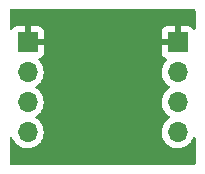
<source format=gbr>
%TF.GenerationSoftware,KiCad,Pcbnew,(6.0.7)*%
%TF.CreationDate,2023-02-25T22:11:09-06:00*%
%TF.ProjectId,4PinJstShBreakout,3450696e-4a73-4745-9368-427265616b6f,rev?*%
%TF.SameCoordinates,Original*%
%TF.FileFunction,Copper,L2,Bot*%
%TF.FilePolarity,Positive*%
%FSLAX46Y46*%
G04 Gerber Fmt 4.6, Leading zero omitted, Abs format (unit mm)*
G04 Created by KiCad (PCBNEW (6.0.7)) date 2023-02-25 22:11:09*
%MOMM*%
%LPD*%
G01*
G04 APERTURE LIST*
%TA.AperFunction,ComponentPad*%
%ADD10R,1.700000X1.700000*%
%TD*%
%TA.AperFunction,ComponentPad*%
%ADD11O,1.700000X1.700000*%
%TD*%
%TA.AperFunction,ViaPad*%
%ADD12C,0.800000*%
%TD*%
G04 APERTURE END LIST*
D10*
%TO.P,J2,1,Pin_1*%
%TO.N,GND*%
X144780000Y-88900000D03*
D11*
%TO.P,J2,2,Pin_2*%
%TO.N,+3.3V*%
X144780000Y-91440000D03*
%TO.P,J2,3,Pin_3*%
%TO.N,SDA*%
X144780000Y-93980000D03*
%TO.P,J2,4,Pin_4*%
%TO.N,SCL*%
X144780000Y-96520000D03*
%TD*%
D10*
%TO.P,J4,1,Pin_1*%
%TO.N,GND*%
X157480000Y-88900000D03*
D11*
%TO.P,J4,2,Pin_2*%
%TO.N,+3.3V*%
X157480000Y-91440000D03*
%TO.P,J4,3,Pin_3*%
%TO.N,SDA*%
X157480000Y-93980000D03*
%TO.P,J4,4,Pin_4*%
%TO.N,SCL*%
X157480000Y-96520000D03*
%TD*%
D12*
%TO.N,GND*%
X151892000Y-87376000D03*
X150114000Y-88646000D03*
X147320000Y-89916000D03*
X147320000Y-92710000D03*
X148556964Y-97745536D03*
%TD*%
%TA.AperFunction,Conductor*%
%TO.N,GND*%
G36*
X158945621Y-86126502D02*
G01*
X158992114Y-86180158D01*
X159003500Y-86232500D01*
X159003500Y-87723306D01*
X158983498Y-87791427D01*
X158929842Y-87837920D01*
X158859568Y-87848024D01*
X158794988Y-87818530D01*
X158776673Y-87798871D01*
X158698281Y-87694272D01*
X158685724Y-87681715D01*
X158583649Y-87605214D01*
X158568054Y-87596676D01*
X158447606Y-87551522D01*
X158432351Y-87547895D01*
X158381486Y-87542369D01*
X158374672Y-87542000D01*
X157752115Y-87542000D01*
X157736876Y-87546475D01*
X157735671Y-87547865D01*
X157734000Y-87555548D01*
X157734000Y-89028000D01*
X157713998Y-89096121D01*
X157660342Y-89142614D01*
X157608000Y-89154000D01*
X156140116Y-89154000D01*
X156124877Y-89158475D01*
X156123672Y-89159865D01*
X156122001Y-89167548D01*
X156122001Y-89794669D01*
X156122371Y-89801490D01*
X156127895Y-89852352D01*
X156131521Y-89867604D01*
X156176676Y-89988054D01*
X156185214Y-90003649D01*
X156261715Y-90105724D01*
X156274276Y-90118285D01*
X156376351Y-90194786D01*
X156391946Y-90203324D01*
X156500827Y-90244142D01*
X156557591Y-90286784D01*
X156582291Y-90353345D01*
X156567083Y-90422694D01*
X156547691Y-90449175D01*
X156424200Y-90578401D01*
X156420629Y-90582138D01*
X156294743Y-90766680D01*
X156200688Y-90969305D01*
X156140989Y-91184570D01*
X156117251Y-91406695D01*
X156117548Y-91411848D01*
X156117548Y-91411851D01*
X156123011Y-91506590D01*
X156130110Y-91629715D01*
X156131247Y-91634761D01*
X156131248Y-91634767D01*
X156151119Y-91722939D01*
X156179222Y-91847639D01*
X156263266Y-92054616D01*
X156379987Y-92245088D01*
X156526250Y-92413938D01*
X156698126Y-92556632D01*
X156768595Y-92597811D01*
X156771445Y-92599476D01*
X156820169Y-92651114D01*
X156833240Y-92720897D01*
X156806509Y-92786669D01*
X156766055Y-92820027D01*
X156753607Y-92826507D01*
X156749474Y-92829610D01*
X156749471Y-92829612D01*
X156725247Y-92847800D01*
X156574965Y-92960635D01*
X156420629Y-93122138D01*
X156294743Y-93306680D01*
X156200688Y-93509305D01*
X156140989Y-93724570D01*
X156117251Y-93946695D01*
X156117548Y-93951848D01*
X156117548Y-93951851D01*
X156123011Y-94046590D01*
X156130110Y-94169715D01*
X156131247Y-94174761D01*
X156131248Y-94174767D01*
X156151119Y-94262939D01*
X156179222Y-94387639D01*
X156263266Y-94594616D01*
X156379987Y-94785088D01*
X156526250Y-94953938D01*
X156698126Y-95096632D01*
X156768595Y-95137811D01*
X156771445Y-95139476D01*
X156820169Y-95191114D01*
X156833240Y-95260897D01*
X156806509Y-95326669D01*
X156766055Y-95360027D01*
X156753607Y-95366507D01*
X156749474Y-95369610D01*
X156749471Y-95369612D01*
X156725247Y-95387800D01*
X156574965Y-95500635D01*
X156420629Y-95662138D01*
X156294743Y-95846680D01*
X156200688Y-96049305D01*
X156140989Y-96264570D01*
X156117251Y-96486695D01*
X156117548Y-96491848D01*
X156117548Y-96491851D01*
X156123011Y-96586590D01*
X156130110Y-96709715D01*
X156131247Y-96714761D01*
X156131248Y-96714767D01*
X156151119Y-96802939D01*
X156179222Y-96927639D01*
X156263266Y-97134616D01*
X156379987Y-97325088D01*
X156526250Y-97493938D01*
X156698126Y-97636632D01*
X156891000Y-97749338D01*
X157099692Y-97829030D01*
X157104760Y-97830061D01*
X157104763Y-97830062D01*
X157212017Y-97851883D01*
X157318597Y-97873567D01*
X157323772Y-97873757D01*
X157323774Y-97873757D01*
X157536673Y-97881564D01*
X157536677Y-97881564D01*
X157541837Y-97881753D01*
X157546957Y-97881097D01*
X157546959Y-97881097D01*
X157758288Y-97854025D01*
X157758289Y-97854025D01*
X157763416Y-97853368D01*
X157768366Y-97851883D01*
X157972429Y-97790661D01*
X157972434Y-97790659D01*
X157977384Y-97789174D01*
X158177994Y-97690896D01*
X158359860Y-97561173D01*
X158518096Y-97403489D01*
X158577594Y-97320689D01*
X158645435Y-97226277D01*
X158648453Y-97222077D01*
X158747430Y-97021811D01*
X158756943Y-96990502D01*
X158795882Y-96931140D01*
X158860736Y-96902252D01*
X158930913Y-96913013D01*
X158984131Y-96960006D01*
X159003500Y-97027132D01*
X159003500Y-99187500D01*
X158983498Y-99255621D01*
X158929842Y-99302114D01*
X158877500Y-99313500D01*
X143382500Y-99313500D01*
X143314379Y-99293498D01*
X143267886Y-99239842D01*
X143256500Y-99187500D01*
X143256500Y-97024349D01*
X143276502Y-96956228D01*
X143330158Y-96909735D01*
X143400432Y-96899631D01*
X143465012Y-96929125D01*
X143499243Y-96976945D01*
X143563266Y-97134616D01*
X143679987Y-97325088D01*
X143826250Y-97493938D01*
X143998126Y-97636632D01*
X144191000Y-97749338D01*
X144399692Y-97829030D01*
X144404760Y-97830061D01*
X144404763Y-97830062D01*
X144512017Y-97851883D01*
X144618597Y-97873567D01*
X144623772Y-97873757D01*
X144623774Y-97873757D01*
X144836673Y-97881564D01*
X144836677Y-97881564D01*
X144841837Y-97881753D01*
X144846957Y-97881097D01*
X144846959Y-97881097D01*
X145058288Y-97854025D01*
X145058289Y-97854025D01*
X145063416Y-97853368D01*
X145068366Y-97851883D01*
X145272429Y-97790661D01*
X145272434Y-97790659D01*
X145277384Y-97789174D01*
X145477994Y-97690896D01*
X145659860Y-97561173D01*
X145818096Y-97403489D01*
X145877594Y-97320689D01*
X145945435Y-97226277D01*
X145948453Y-97222077D01*
X146047430Y-97021811D01*
X146112370Y-96808069D01*
X146141529Y-96586590D01*
X146143156Y-96520000D01*
X146124852Y-96297361D01*
X146070431Y-96080702D01*
X145981354Y-95875840D01*
X145860014Y-95688277D01*
X145709670Y-95523051D01*
X145705619Y-95519852D01*
X145705615Y-95519848D01*
X145538414Y-95387800D01*
X145538410Y-95387798D01*
X145534359Y-95384598D01*
X145493053Y-95361796D01*
X145443084Y-95311364D01*
X145428312Y-95241921D01*
X145453428Y-95175516D01*
X145480780Y-95148909D01*
X145524603Y-95117650D01*
X145659860Y-95021173D01*
X145818096Y-94863489D01*
X145877594Y-94780689D01*
X145945435Y-94686277D01*
X145948453Y-94682077D01*
X146047430Y-94481811D01*
X146112370Y-94268069D01*
X146141529Y-94046590D01*
X146143156Y-93980000D01*
X146124852Y-93757361D01*
X146070431Y-93540702D01*
X145981354Y-93335840D01*
X145860014Y-93148277D01*
X145709670Y-92983051D01*
X145705619Y-92979852D01*
X145705615Y-92979848D01*
X145538414Y-92847800D01*
X145538410Y-92847798D01*
X145534359Y-92844598D01*
X145493053Y-92821796D01*
X145443084Y-92771364D01*
X145428312Y-92701921D01*
X145453428Y-92635516D01*
X145480780Y-92608909D01*
X145524603Y-92577650D01*
X145659860Y-92481173D01*
X145818096Y-92323489D01*
X145877594Y-92240689D01*
X145945435Y-92146277D01*
X145948453Y-92142077D01*
X146047430Y-91941811D01*
X146112370Y-91728069D01*
X146141529Y-91506590D01*
X146143156Y-91440000D01*
X146124852Y-91217361D01*
X146070431Y-91000702D01*
X145981354Y-90795840D01*
X145860014Y-90608277D01*
X145856540Y-90604459D01*
X145856533Y-90604450D01*
X145712435Y-90446088D01*
X145681383Y-90382242D01*
X145689779Y-90311744D01*
X145734956Y-90256976D01*
X145761400Y-90243307D01*
X145868052Y-90203325D01*
X145883649Y-90194786D01*
X145985724Y-90118285D01*
X145998285Y-90105724D01*
X146074786Y-90003649D01*
X146083324Y-89988054D01*
X146128478Y-89867606D01*
X146132105Y-89852351D01*
X146137631Y-89801486D01*
X146138000Y-89794672D01*
X146138000Y-89172115D01*
X146133525Y-89156876D01*
X146132135Y-89155671D01*
X146124452Y-89154000D01*
X144652000Y-89154000D01*
X144583879Y-89133998D01*
X144537386Y-89080342D01*
X144526000Y-89028000D01*
X144526000Y-88627885D01*
X145034000Y-88627885D01*
X145038475Y-88643124D01*
X145039865Y-88644329D01*
X145047548Y-88646000D01*
X146119884Y-88646000D01*
X146135123Y-88641525D01*
X146136328Y-88640135D01*
X146137999Y-88632452D01*
X146137999Y-88627885D01*
X156122000Y-88627885D01*
X156126475Y-88643124D01*
X156127865Y-88644329D01*
X156135548Y-88646000D01*
X157207885Y-88646000D01*
X157223124Y-88641525D01*
X157224329Y-88640135D01*
X157226000Y-88632452D01*
X157226000Y-87560116D01*
X157221525Y-87544877D01*
X157220135Y-87543672D01*
X157212452Y-87542001D01*
X156585331Y-87542001D01*
X156578510Y-87542371D01*
X156527648Y-87547895D01*
X156512396Y-87551521D01*
X156391946Y-87596676D01*
X156376351Y-87605214D01*
X156274276Y-87681715D01*
X156261715Y-87694276D01*
X156185214Y-87796351D01*
X156176676Y-87811946D01*
X156131522Y-87932394D01*
X156127895Y-87947649D01*
X156122369Y-87998514D01*
X156122000Y-88005328D01*
X156122000Y-88627885D01*
X146137999Y-88627885D01*
X146137999Y-88005331D01*
X146137629Y-87998510D01*
X146132105Y-87947648D01*
X146128479Y-87932396D01*
X146083324Y-87811946D01*
X146074786Y-87796351D01*
X145998285Y-87694276D01*
X145985724Y-87681715D01*
X145883649Y-87605214D01*
X145868054Y-87596676D01*
X145747606Y-87551522D01*
X145732351Y-87547895D01*
X145681486Y-87542369D01*
X145674672Y-87542000D01*
X145052115Y-87542000D01*
X145036876Y-87546475D01*
X145035671Y-87547865D01*
X145034000Y-87555548D01*
X145034000Y-88627885D01*
X144526000Y-88627885D01*
X144526000Y-87560116D01*
X144521525Y-87544877D01*
X144520135Y-87543672D01*
X144512452Y-87542001D01*
X143885331Y-87542001D01*
X143878510Y-87542371D01*
X143827648Y-87547895D01*
X143812396Y-87551521D01*
X143691946Y-87596676D01*
X143676351Y-87605214D01*
X143574276Y-87681715D01*
X143561719Y-87694272D01*
X143483327Y-87798871D01*
X143426467Y-87841386D01*
X143355649Y-87846412D01*
X143293355Y-87812352D01*
X143259365Y-87750021D01*
X143256500Y-87723306D01*
X143256500Y-86232500D01*
X143276502Y-86164379D01*
X143330158Y-86117886D01*
X143382500Y-86106500D01*
X158877500Y-86106500D01*
X158945621Y-86126502D01*
G37*
%TD.AperFunction*%
%TD*%
M02*

</source>
